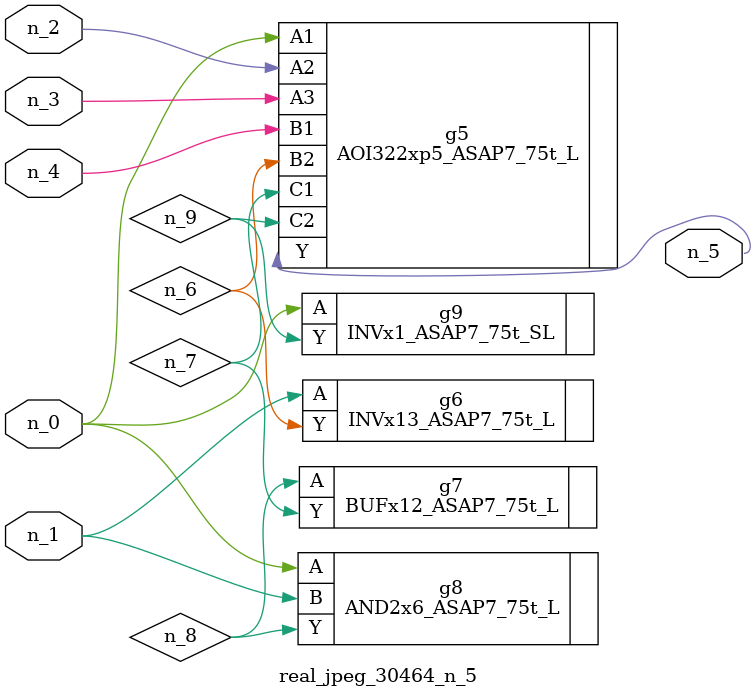
<source format=v>
module real_jpeg_30464_n_5 (n_4, n_0, n_1, n_2, n_3, n_5);

input n_4;
input n_0;
input n_1;
input n_2;
input n_3;

output n_5;

wire n_8;
wire n_6;
wire n_7;
wire n_9;

AOI322xp5_ASAP7_75t_L g5 ( 
.A1(n_0),
.A2(n_2),
.A3(n_3),
.B1(n_4),
.B2(n_6),
.C1(n_7),
.C2(n_9),
.Y(n_5)
);

AND2x6_ASAP7_75t_L g8 ( 
.A(n_0),
.B(n_1),
.Y(n_8)
);

INVx1_ASAP7_75t_SL g9 ( 
.A(n_0),
.Y(n_9)
);

INVx13_ASAP7_75t_L g6 ( 
.A(n_1),
.Y(n_6)
);

BUFx12_ASAP7_75t_L g7 ( 
.A(n_8),
.Y(n_7)
);


endmodule
</source>
